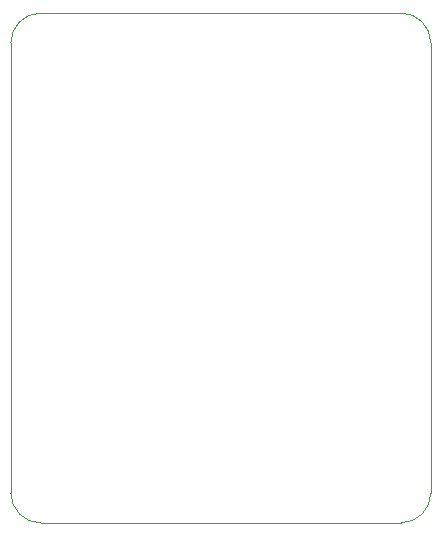
<source format=gbr>
G04 #@! TF.GenerationSoftware,KiCad,Pcbnew,(5.1.5)-3*
G04 #@! TF.CreationDate,2020-10-27T23:36:24+01:00*
G04 #@! TF.ProjectId,error_amplifier_1,6572726f-725f-4616-9d70-6c6966696572,rev?*
G04 #@! TF.SameCoordinates,Original*
G04 #@! TF.FileFunction,Profile,NP*
%FSLAX46Y46*%
G04 Gerber Fmt 4.6, Leading zero omitted, Abs format (unit mm)*
G04 Created by KiCad (PCBNEW (5.1.5)-3) date 2020-10-27 23:36:24*
%MOMM*%
%LPD*%
G04 APERTURE LIST*
%ADD10C,0.050000*%
G04 APERTURE END LIST*
D10*
X96520000Y-154940000D02*
X96520000Y-116840000D01*
X129540000Y-157480000D02*
X99060000Y-157480000D01*
X132080000Y-116840000D02*
X132080000Y-154940000D01*
X99060000Y-114300000D02*
X129540000Y-114300000D01*
X96520000Y-116840000D02*
G75*
G02X99060000Y-114300000I2540000J0D01*
G01*
X129540000Y-114300000D02*
G75*
G02X132080000Y-116840000I0J-2540000D01*
G01*
X132080000Y-154940000D02*
G75*
G02X129540000Y-157480000I-2540000J0D01*
G01*
X99060000Y-157480000D02*
G75*
G02X96520000Y-154940000I0J2540000D01*
G01*
M02*

</source>
